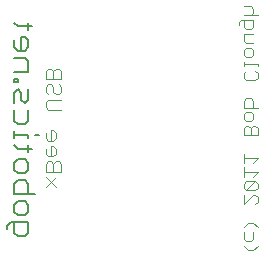
<source format=gbo>
G75*
G70*
%OFA0B0*%
%FSLAX24Y24*%
%IPPOS*%
%LPD*%
%AMOC8*
5,1,8,0,0,1.08239X$1,22.5*
%
%ADD10C,0.0060*%
%ADD11C,0.0040*%
D10*
X002393Y002309D02*
X002276Y002426D01*
X002276Y002776D01*
X002160Y002776D02*
X002743Y002776D01*
X002743Y002426D01*
X002627Y002309D01*
X002393Y002309D01*
X002043Y002543D02*
X002043Y002660D01*
X002160Y002776D01*
X002393Y003009D02*
X002276Y003126D01*
X002276Y003359D01*
X002393Y003476D01*
X002627Y003476D01*
X002743Y003359D01*
X002743Y003126D01*
X002627Y003009D01*
X002393Y003009D01*
X002276Y003709D02*
X002276Y004059D01*
X002393Y004176D01*
X002627Y004176D01*
X002743Y004059D01*
X002743Y003709D01*
X002977Y003709D02*
X002276Y003709D01*
X002393Y004409D02*
X002276Y004525D01*
X002276Y004759D01*
X002393Y004876D01*
X002627Y004876D01*
X002743Y004759D01*
X002743Y004525D01*
X002627Y004409D01*
X002393Y004409D01*
X002743Y005108D02*
X002743Y005342D01*
X002860Y005225D02*
X002393Y005225D01*
X002276Y005342D01*
X002276Y005575D02*
X002276Y005808D01*
X002276Y005692D02*
X002743Y005692D01*
X002743Y005575D01*
X002977Y005692D02*
X003094Y005692D01*
X002743Y006158D02*
X002627Y006041D01*
X002393Y006041D01*
X002276Y006158D01*
X002276Y006508D01*
X002276Y006741D02*
X002276Y007091D01*
X002393Y007208D01*
X002510Y007091D01*
X002510Y006858D01*
X002627Y006741D01*
X002743Y006858D01*
X002743Y007208D01*
X002393Y007441D02*
X002393Y007558D01*
X002276Y007558D01*
X002276Y007441D01*
X002393Y007441D01*
X002276Y007791D02*
X002743Y007791D01*
X002743Y008141D01*
X002627Y008258D01*
X002276Y008258D01*
X002393Y008491D02*
X002627Y008491D01*
X002743Y008607D01*
X002743Y008841D01*
X002627Y008958D01*
X002510Y008958D01*
X002510Y008491D01*
X002393Y008491D02*
X002276Y008607D01*
X002276Y008841D01*
X002743Y009190D02*
X002743Y009424D01*
X002860Y009307D02*
X002393Y009307D01*
X002276Y009424D01*
X002743Y006508D02*
X002743Y006158D01*
D11*
X003326Y005754D02*
X003326Y005581D01*
X003413Y005494D01*
X003586Y005494D01*
X003673Y005581D01*
X003673Y005754D01*
X003586Y005841D01*
X003500Y005841D01*
X003500Y005494D01*
X003500Y005325D02*
X003500Y004979D01*
X003586Y004979D02*
X003673Y005065D01*
X003673Y005239D01*
X003586Y005325D01*
X003500Y005325D01*
X003326Y005239D02*
X003326Y005065D01*
X003413Y004979D01*
X003586Y004979D01*
X003500Y004810D02*
X003413Y004810D01*
X003326Y004723D01*
X003326Y004463D01*
X003847Y004463D01*
X003847Y004723D01*
X003760Y004810D01*
X003673Y004810D01*
X003586Y004723D01*
X003586Y004463D01*
X003673Y004294D02*
X003326Y003947D01*
X003673Y003947D02*
X003326Y004294D01*
X003586Y004723D02*
X003500Y004810D01*
X003413Y006525D02*
X003326Y006612D01*
X003326Y006786D01*
X003413Y006872D01*
X003847Y006872D01*
X003760Y007041D02*
X003673Y007041D01*
X003586Y007128D01*
X003586Y007301D01*
X003500Y007388D01*
X003413Y007388D01*
X003326Y007301D01*
X003326Y007128D01*
X003413Y007041D01*
X003760Y007041D02*
X003847Y007128D01*
X003847Y007301D01*
X003760Y007388D01*
X003847Y007557D02*
X003847Y007817D01*
X003760Y007904D01*
X003673Y007904D01*
X003586Y007817D01*
X003586Y007557D01*
X003326Y007557D02*
X003326Y007817D01*
X003413Y007904D01*
X003500Y007904D01*
X003586Y007817D01*
X003326Y007557D02*
X003847Y007557D01*
X003847Y006525D02*
X003413Y006525D01*
X009773Y009366D02*
X009773Y009443D01*
X009850Y009520D01*
X010233Y009520D01*
X010233Y009290D01*
X010156Y009213D01*
X010003Y009213D01*
X009926Y009290D01*
X009926Y009520D01*
X009926Y009673D02*
X010387Y009673D01*
X010233Y009750D02*
X010233Y009903D01*
X010156Y009980D01*
X009926Y009980D01*
X010156Y009673D02*
X010233Y009750D01*
X010233Y009059D02*
X009926Y009059D01*
X009926Y008829D01*
X010003Y008753D01*
X010233Y008753D01*
X010156Y008599D02*
X010003Y008599D01*
X009926Y008522D01*
X009926Y008369D01*
X010003Y008292D01*
X010156Y008292D01*
X010233Y008369D01*
X010233Y008522D01*
X010156Y008599D01*
X009926Y008139D02*
X009926Y007985D01*
X009926Y008062D02*
X010387Y008062D01*
X010387Y007985D01*
X010310Y007832D02*
X010387Y007755D01*
X010387Y007602D01*
X010310Y007525D01*
X010003Y007525D01*
X009926Y007602D01*
X009926Y007755D01*
X010003Y007832D01*
X010003Y006911D02*
X009926Y006834D01*
X009926Y006604D01*
X010387Y006604D01*
X010233Y006604D02*
X010233Y006834D01*
X010156Y006911D01*
X010003Y006911D01*
X010003Y006451D02*
X009926Y006374D01*
X009926Y006221D01*
X010003Y006144D01*
X010156Y006144D01*
X010233Y006221D01*
X010233Y006374D01*
X010156Y006451D01*
X010003Y006451D01*
X010003Y005990D02*
X009926Y005914D01*
X009926Y005684D01*
X010387Y005684D01*
X010387Y005914D01*
X010310Y005990D01*
X010233Y005990D01*
X010156Y005914D01*
X010156Y005684D01*
X010156Y005914D02*
X010080Y005990D01*
X010003Y005990D01*
X009926Y005070D02*
X009926Y004763D01*
X009926Y004609D02*
X009926Y004302D01*
X010003Y004149D02*
X009926Y004072D01*
X009926Y003919D01*
X010003Y003842D01*
X010310Y004149D01*
X010003Y004149D01*
X010233Y004302D02*
X010387Y004456D01*
X009926Y004456D01*
X010233Y004763D02*
X010387Y004916D01*
X009926Y004916D01*
X010310Y004149D02*
X010387Y004072D01*
X010387Y003919D01*
X010310Y003842D01*
X010003Y003842D01*
X009926Y003689D02*
X009926Y003382D01*
X010233Y003689D01*
X010310Y003689D01*
X010387Y003612D01*
X010387Y003458D01*
X010310Y003382D01*
X010233Y002768D02*
X010080Y002768D01*
X009926Y002614D01*
X009926Y002461D02*
X009926Y002231D01*
X010003Y002154D01*
X010156Y002154D01*
X010233Y002231D01*
X010233Y002461D01*
X010387Y002614D02*
X010233Y002768D01*
X010387Y002001D02*
X010233Y001847D01*
X010080Y001847D01*
X009926Y002001D01*
M02*

</source>
